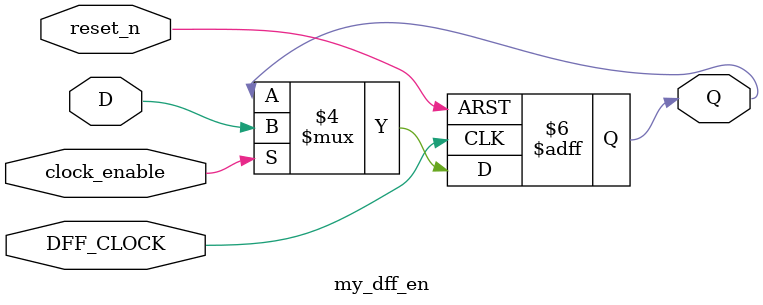
<source format=v>
`timescale 1ns / 1ps

/*
 Soft Processor Project for CMPE 420 and CMPE 330
 Author: Lucas Donovan

 8 input switches - [7:0] SWITCH
 SWITCH [7:4] - 4 bit opcode
 SWITCH [3:0] - 4 bit operand
 --- OPCODES ---
 0000 - ROM (Run the code in the ROM)
 0001 - LOD (Load from register to acc)
 0010 - STR (Store ACC to register)
 0011 - ADD (Add register to acc)
 0100 - SUB (Subtract register from acc)
 0101 - AND (AND with acc)
 0110 - OR  (OR with acc)
 0111 - LDI (Load immediate value into acc)
 1000 - ADI (Add immediate value to acc)
 1001 - SUI (Subtract immediate value from acc)
 1010 - JMP (Unconditional jump)
 1011 - JNZ (Jump if ACC != 0)
 1100 - JEZ (Jump if ACC = 0)
 1101 - JNC (Jump if no carry)
 1110 - JC  (Jump if carry)
 1111 - HLT (Halt execution)
 
 5 input buttons - 
 Reset PC without resetting registers   - UP
 Reset ACC without resetting registers  - DOWN
 Reset PC and ACC without resetting registers - LEFT
 Advance Clock   - CENTER
 Reset  - RIGHT
 
 
 --- Registers ---
 Operands are 4 bits, or 16 registers.
 
 PC  - Where we are in the program (0-16)
 ACC - Stores current value
 Registers - 16 4-bit registers
 
 --- Condition Codes ---
 carry (1 if acc has carry bit)
 zero (1 if acc is equal to 0) 

 
 8 output LEDs - [7:0] LED
 LED[7:4] - PC
 LED[3:0] - ACC
 2 Seven Segment Displays
 Left - Register Index
 Right - Value in register
*/

module Soft_Processor(
    output [7:0] LED,
    output [6:0] SEGMENT,
    output reg CTRL,
    input [7:0] SWITCH,
    input [2:0] BUTTON,
    input SYSCLK
);

    wire step;
    wire reset_all;
    wire pc_acc_reset;

    debounce STEP ( .clk(SYSCLK), .reset(1'b1), .button_in(BUTTON[0]), .button_out(step));   
    debounce RESET (.clk(SYSCLK), .reset(1'b1), .button_in(BUTTON[1]), .button_out(reset_all));
    debounce RESET_PC_ACC (.clk(SYSCLK), .reset(1'b1), .button_in(BUTTON[2]), .button_out(pc_acc_reset));

    reg [3:0] ACC;
    reg [3:0] PC;
    reg [3:0] R [0:15];
    reg carry;

    wire [7:0] rom_instr;
    Instruction_ROM ROM (.pc(PC), .instr(rom_instr));

    wire use_rom = (SWITCH[7:4] == 4'h0);
    wire [7:0] current_instr = use_rom ? rom_instr : SWITCH;

    wire [3:0] opcode = current_instr[7:4];
    wire [3:0] operand = current_instr[3:0];

    integer count, desired;
    initial begin
        CTRL = 0;
        count = 0;
        desired = 49999;
        //desired = 5; // testbench
    end

    always @(posedge SYSCLK) begin
        if (count == desired) begin
            CTRL = ~CTRL;
            count = 0;
        end else begin
            count = count + 1;
        end
    end

    integer i;
    initial begin
        PC <= 4'h0;
        ACC <= 4'h0;
    end

    always @ (posedge step or posedge reset_all or posedge pc_acc_reset) begin
       if (reset_all) begin
            ACC <= 0;
            PC <= 0;
            carry <= 0;
            for (i = 0; i < 16; i = i + 1) begin
                R[i] <= 4'b0;
            end
       end else if (pc_acc_reset) begin
            ACC <= 0;
            PC  <= 0;
       end else if (step) begin   
            case(opcode)
                4'h0: ;
                4'h1: ACC <= R[operand];
                4'h2: R[operand] <= ACC;
                4'h3: {carry, ACC} <= ACC + R[operand];
                4'h4: {carry, ACC} <= ACC - R[operand];
                4'h5: ACC <= ACC & R[operand];
                4'h6: ACC <= ACC | R[operand];
                4'h7: ACC <= operand;
                4'h8: {carry, ACC} <= ACC + operand;
                4'h9: {carry, ACC} <= ACC - operand;
                4'hA: PC <= operand;
                4'hB: if (!(ACC == 4'h0)) PC <= operand;
                4'hC: if (ACC == 4'h0) PC <= operand;
                4'hD: if (!carry) PC <= operand;
                4'hE: if (carry) PC <= operand;
                4'hF: ; // Halt
                default: ;
            endcase

            if (!(opcode == 4'hA || (opcode == 4'hB && !(ACC == 4'h0)) || (opcode == 4'hC && (ACC == 4'h0)) 
            || (opcode == 4'hD && !carry) || (opcode == 4'hE && carry) || opcode == 4'hF)) begin
                PC <= PC + 1;
            end
            
        end
    end

    wire [6:0] left;
    wire [6:0] right;
    SevenSegDisp LeftDisp (.segment(left), .value(operand));
    SevenSegDisp RightDisp (.segment(right), .value(R[operand]));
    
    wire [6:0] L_zero;
    wire [6:0] R_zero;
    SevenSegDisp Zero (.segment(L_zero), .value(0));
    SevenSegDisp R_Zero (.segment(R_zero), .value(R[0]));
    
    wire [6:0] left_seg = use_rom ? L_zero : left;
    wire [6:0] right_seg = use_rom ? R_zero : right;

    assign LED[7:4] = PC;
    assign LED[3:0] = ACC;
    assign SEGMENT = CTRL ? left_seg : right_seg;
endmodule


/*
Example Programs

Add Two Numbers
4'b0000: instr = 8'b0111_0101; // ACC = 5
4'b0001: instr = 8'b0011_1000; // ACC = ACC + 2
4'b0010: instr = 8'b1111_0000; // Stop Execution
            
Counter
// This counter does not restart at 1 when the registers are cleared on reset during execution
4'b0000: instr = 8'b1000_0000; // ACC = 0;
4'b0001: instr = 8'b0001_0000; // ACC = R0
4'b0010: instr = 8'b1000_0001; // ACC = ACC + 1
4'b0011: instr = 8'b1011_0000; // PC = 0 if ACC != 0
default: instr = 8'b1111_1111; // Halt Execution

// This counter restarts at 1 when the regitsters are cleared on reset
4'b0000: instr = 8'b1000_0001; // ACC = ACC + 1
4'b0001: instr = 8'b0010_0000; // R0 = ACC
4'b0010: instr = 8'b1011_0000; // PC = 0 if ACC != 0
default: instr = 8'b1111_1111; // Halt Execution

*/
module Instruction_ROM (
    input [3:0] pc,
    output reg [7:0] instr
);
    always @(*) begin
        case (pc)
            4'b0000: instr = 8'b0001_0000; // ACC = R0
            4'b0001: instr = 8'b1000_0001; // ACC = ACC + 1
            4'b0010: instr = 8'b0010_0000; // R0 = ACC
            4'b0011: instr = 8'b1011_0000; // PC = 0 if ACC != 0
            default: instr = 8'b1111_1111; // Halt Execution
        endcase
    end
endmodule

module SevenSegDisp(
    output reg [6:0] segment,
    input [3:0] value
);
    always @(*) begin
        case(value)
            4'b0000: segment = 7'b1111110;
            4'b0001: segment = 7'b0110000;
            4'b0010: segment = 7'b1101101;
            4'b0011: segment = 7'b1111001;
            4'b0100: segment = 7'b0110011;
            4'b0101: segment = 7'b1011011;
            4'b0110: segment = 7'b1011111;
            4'b0111: segment = 7'b1110000;
            4'b1000: segment = 7'b1111111;
            4'b1001: segment = 7'b1110011;
            4'b1010: segment = 7'b1110111;
            4'b1011: segment = 7'b0011111;
            4'b1100: segment = 7'b0001101;
            4'b1101: segment = 7'b0111101;
            4'b1110: segment = 7'b1001111;
            4'b1111: segment = 7'b1000111;
            default: segment = 7'b0000000;
        endcase
    end
endmodule

module debounce(
    input clk,
    input reset,        // Active-low
    input button_in,
    output button_out
);
    wire slow_clk_en;
    wire Q1, Q2, Q2_bar, Q0;

    clock_enable u1(
        .Clk_100M(clk),
        .reset_n(reset), 
        .slow_clk_en(slow_clk_en)
    );

    my_dff_en d0(
        .DFF_CLOCK(clk),
        .reset_n(reset),
        .clock_enable(slow_clk_en),
        .D(button_in),
        .Q(Q0)
    );
    
    my_dff_en d1(
        .DFF_CLOCK(clk),
        .reset_n(reset),
        .clock_enable(slow_clk_en),
        .D(Q0),
        .Q(Q1)
    );
    
    my_dff_en d2(
        .DFF_CLOCK(clk),
        .reset_n(reset),
        .clock_enable(slow_clk_en),
        .D(Q1),
        .Q(Q2)
    );

    assign Q2_bar = ~Q2;
    assign button_out = Q1 & Q2_bar;
endmodule

module clock_enable(
    input Clk_100M,
    input reset_n,      // Active-low
    output slow_clk_en
);
    reg [26:0] counter;
    integer desired = 249999;
    //integer desired = 5;

    always @(posedge Clk_100M or negedge reset_n) begin
        if (!reset_n) begin
            counter <= 0;
        end else begin
            counter <= (counter >= desired) ? 0 : counter + 1;
        end
    end

    assign slow_clk_en = (counter == desired) ? 1'b1 : 1'b0;
endmodule

module my_dff_en(
    input DFF_CLOCK,
    input reset_n,      // Active-low
    input clock_enable,
    input D,
    output reg Q
);
    always @(posedge DFF_CLOCK or negedge reset_n) begin
        if (!reset_n) begin
            Q <= 1'b0;
        end else if (clock_enable) begin
            Q <= D;
        end
    end
endmodule







</source>
